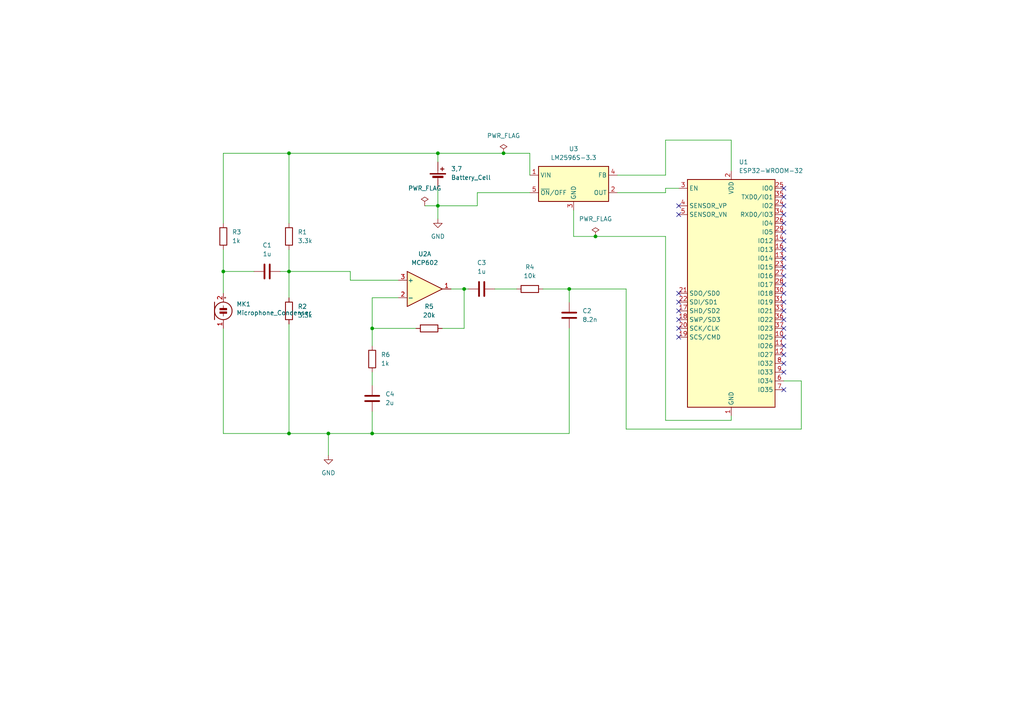
<source format=kicad_sch>
(kicad_sch (version 20230121) (generator eeschema)
  (paper "A4")
  (lib_symbols
    (symbol "Amplifier_Operational:MCP602" (pin_names (offset 0.127))
      (property "Reference" "U" (at 0 5.08 0))
      (property "Value" "MCP602" (at 0 -5.08 0))
      (symbol "MCP602_1_1"
        (polyline (pts (xy -5.08 5.08) (xy 5.08 0) (xy -5.08 -5.08) (xy -5.08 5.08)) (stroke (width 0.254)) (fill (type background)))
        (pin output line (at 7.62 0 180) (length 2.54) (name "~") (number "1"))
        (pin input line (at -7.62 -2.54 0) (length 2.54) (name "-") (number "2"))
        (pin input line (at -7.62 2.54 0) (length 2.54) (name "+") (number "3"))
      )
      (symbol "MCP602_2_1"
        (polyline (pts (xy -5.08 5.08) (xy 5.08 0) (xy -5.08 -5.08) (xy -5.08 5.08)) (stroke (width 0.254)) (fill (type background)))
        (pin input line (at -7.62 2.54 0) (length 2.54) (name "+") (number "5"))
        (pin input line (at -7.62 -2.54 0) (length 2.54) (name "-") (number "6"))
        (pin output line (at 7.62 0 180) (length 2.54) (name "~") (number "7"))
      )
      (symbol "MCP602_3_1"
        (pin power_in line (at -2.54 -7.62 90) (length 3.81) (name "V-") (number "4"))
        (pin power_in line (at -2.54 7.62 270) (length 3.81) (name "V+") (number "8"))
      )
    )
    (symbol "Device:Battery_Cell" (pin_numbers hide) (pin_names (offset 0) hide)
      (property "Reference" "BT" (at 2.54 2.54 0))
      (property "Value" "Battery_Cell" (at 2.54 0 0))
      (symbol "Battery_Cell_0_1"
        (rectangle (start -2.286 1.778) (end 2.286 1.524) (fill (type outline)))
        (rectangle (start -1.524 1.016) (end 1.524 0.508) (fill (type outline)))
        (polyline (pts (xy 0 0.762) (xy 0 0)))
        (polyline (pts (xy 0 1.778) (xy 0 2.54)))
        (polyline (pts (xy 0.762 3.048) (xy 1.778 3.048)) (stroke (width 0.254)))
        (polyline (pts (xy 1.27 3.556) (xy 1.27 2.54)) (stroke (width 0.254)))
      )
      (symbol "Battery_Cell_1_1"
        (pin passive line (at 0 5.08 270) (length 2.54) (name "+") (number "1"))
        (pin passive line (at 0 -2.54 90) (length 2.54) (name "-") (number "2"))
      )
    )
    (symbol "Device:C" (pin_numbers hide) (pin_names (offset 0.254))
      (property "Reference" "C" (at 0.635 2.54 0))
      (property "Value" "C" (at 0.635 -2.54 0))
      (symbol "C_0_1"
        (polyline (pts (xy -2.032 -0.762) (xy 2.032 -0.762)) (stroke (width 0.508)))
        (polyline (pts (xy -2.032 0.762) (xy 2.032 0.762)) (stroke (width 0.508)))
      )
      (symbol "C_1_1"
        (pin passive line (at 0 3.81 270) (length 2.794) (name "~") (number "1"))
        (pin passive line (at 0 -3.81 90) (length 2.794) (name "~") (number "2"))
      )
    )
    (symbol "Device:Microphone_Condenser" (pin_names (offset 0.0254) hide)
      (property "Reference" "MK" (at -3.302 1.27 0))
      (property "Value" "Microphone_Condenser" (at -3.302 -0.635 0))
      (symbol "Microphone_Condenser_0_1"
        (polyline (pts (xy -2.54 2.54) (xy -2.54 -2.54)) (stroke (width 0.254)))
        (polyline (pts (xy 0 -0.762) (xy 0 -1.524)))
        (polyline (pts (xy 0 0.762) (xy 0 1.524)))
        (polyline (pts (xy 0.254 3.81) (xy 0.762 3.81)))
        (polyline (pts (xy 0.508 4.064) (xy 0.508 3.556)))
        (circle (center 0 0) (radius 2.54) (stroke (width 0.254)))
        (rectangle (start 1.016 -0.254) (end -1.016 -0.762) (fill (type outline)))
        (rectangle (start 1.016 0.762) (end -1.016 0.254) (fill (type outline)))
      )
      (symbol "Microphone_Condenser_1_1"
        (pin passive line (at 0 -5.08 90) (length 2.54) (name "-") (number "1"))
        (pin passive line (at 0 5.08 270) (length 2.54) (name "+") (number "2"))
      )
    )
    (symbol "Device:R" (pin_numbers hide) (pin_names (offset 0))
      (property "Reference" "R" (at 2.032 0 90))
      (property "Value" "R" (at 0 0 90))
      (symbol "R_0_1"
        (rectangle (start -1.016 -2.54) (end 1.016 2.54) (stroke (width 0.254)))
      )
      (symbol "R_1_1"
        (pin passive line (at 0 3.81 270) (length 1.27) (name "~") (number "1"))
        (pin passive line (at 0 -3.81 90) (length 1.27) (name "~") (number "2"))
      )
    )
    (symbol "RF_Module:ESP32-WROOM-32"
      (property "Reference" "U" (at -12.7 34.29 0))
      (property "Value" "ESP32-WROOM-32" (at 1.27 34.29 0))
      (symbol "ESP32-WROOM-32_0_1"
        (rectangle (start -12.7 33.02) (end 12.7 -33.02) (stroke (width 0.254)) (fill (type background)))
      )
      (symbol "ESP32-WROOM-32_1_1"
        (pin power_in line (at 0 -35.56 90) (length 2.54) (name "GND") (number "1"))
        (pin bidirectional line (at 15.24 -12.7 180) (length 2.54) (name "IO25") (number "10"))
        (pin bidirectional line (at 15.24 -15.24 180) (length 2.54) (name "IO26") (number "11"))
        (pin bidirectional line (at 15.24 -17.78 180) (length 2.54) (name "IO27") (number "12"))
        (pin bidirectional line (at 15.24 10.16 180) (length 2.54) (name "IO14") (number "13"))
        (pin bidirectional line (at 15.24 15.24 180) (length 2.54) (name "IO12") (number "14"))
        (pin passive line (at 0 -35.56 90) (length 2.54) hide (name "GND") (number "15"))
        (pin bidirectional line (at 15.24 12.7 180) (length 2.54) (name "IO13") (number "16"))
        (pin bidirectional line (at -15.24 -5.08 0) (length 2.54) (name "SHD/SD2") (number "17"))
        (pin bidirectional line (at -15.24 -7.62 0) (length 2.54) (name "SWP/SD3") (number "18"))
        (pin bidirectional line (at -15.24 -12.7 0) (length 2.54) (name "SCS/CMD") (number "19"))
        (pin power_in line (at 0 35.56 270) (length 2.54) (name "VDD") (number "2"))
        (pin bidirectional line (at -15.24 -10.16 0) (length 2.54) (name "SCK/CLK") (number "20"))
        (pin bidirectional line (at -15.24 0 0) (length 2.54) (name "SDO/SD0") (number "21"))
        (pin bidirectional line (at -15.24 -2.54 0) (length 2.54) (name "SDI/SD1") (number "22"))
        (pin bidirectional line (at 15.24 7.62 180) (length 2.54) (name "IO15") (number "23"))
        (pin bidirectional line (at 15.24 25.4 180) (length 2.54) (name "IO2") (number "24"))
        (pin bidirectional line (at 15.24 30.48 180) (length 2.54) (name "IO0") (number "25"))
        (pin bidirectional line (at 15.24 20.32 180) (length 2.54) (name "IO4") (number "26"))
        (pin bidirectional line (at 15.24 5.08 180) (length 2.54) (name "IO16") (number "27"))
        (pin bidirectional line (at 15.24 2.54 180) (length 2.54) (name "IO17") (number "28"))
        (pin bidirectional line (at 15.24 17.78 180) (length 2.54) (name "IO5") (number "29"))
        (pin input line (at -15.24 30.48 0) (length 2.54) (name "EN") (number "3"))
        (pin bidirectional line (at 15.24 0 180) (length 2.54) (name "IO18") (number "30"))
        (pin bidirectional line (at 15.24 -2.54 180) (length 2.54) (name "IO19") (number "31"))
        (pin no_connect line (at -12.7 -27.94 0) (length 2.54) hide (name "NC") (number "32"))
        (pin bidirectional line (at 15.24 -5.08 180) (length 2.54) (name "IO21") (number "33"))
        (pin bidirectional line (at 15.24 22.86 180) (length 2.54) (name "RXD0/IO3") (number "34"))
        (pin bidirectional line (at 15.24 27.94 180) (length 2.54) (name "TXD0/IO1") (number "35"))
        (pin bidirectional line (at 15.24 -7.62 180) (length 2.54) (name "IO22") (number "36"))
        (pin bidirectional line (at 15.24 -10.16 180) (length 2.54) (name "IO23") (number "37"))
        (pin passive line (at 0 -35.56 90) (length 2.54) hide (name "GND") (number "38"))
        (pin passive line (at 0 -35.56 90) (length 2.54) hide (name "GND") (number "39"))
        (pin input line (at -15.24 25.4 0) (length 2.54) (name "SENSOR_VP") (number "4"))
        (pin input line (at -15.24 22.86 0) (length 2.54) (name "SENSOR_VN") (number "5"))
        (pin input line (at 15.24 -25.4 180) (length 2.54) (name "IO34") (number "6"))
        (pin input line (at 15.24 -27.94 180) (length 2.54) (name "IO35") (number "7"))
        (pin bidirectional line (at 15.24 -20.32 180) (length 2.54) (name "IO32") (number "8"))
        (pin bidirectional line (at 15.24 -22.86 180) (length 2.54) (name "IO33") (number "9"))
      )
    )
    (symbol "Regulator_Switching:LM2596S-3.3"
      (property "Reference" "U" (at -10.16 6.35 0))
      (property "Value" "LM2596S-3.3" (at 0 6.35 0))
      (symbol "LM2596S-3.3_0_1"
        (rectangle (start -10.16 5.08) (end 10.16 -5.08) (stroke (width 0.254)) (fill (type background)))
      )
      (symbol "LM2596S-3.3_1_1"
        (pin power_in line (at -12.7 2.54 0) (length 2.54) (name "VIN") (number "1"))
        (pin output line (at 12.7 -2.54 180) (length 2.54) (name "OUT") (number "2"))
        (pin power_in line (at 0 -7.62 90) (length 2.54) (name "GND") (number "3"))
        (pin input line (at 12.7 2.54 180) (length 2.54) (name "FB") (number "4"))
        (pin input line (at -12.7 -2.54 0) (length 2.54) (name "~{ON}/OFF") (number "5"))
      )
    )
    (symbol "power:GND" (power) (pin_names (offset 0))
      (property "Value" "GND" (at 0 -3.81 0))
      (symbol "GND_0_1"
        (polyline (pts (xy 0 0) (xy 0 -1.27) (xy 1.27 -1.27) (xy 0 -2.54) (xy -1.27 -1.27) (xy 0 -1.27)))
      )
      (symbol "GND_1_1"
        (pin power_in line (at 0 0 270) (length 0) hide (name "GND") (number "1"))
      )
    )
    (symbol "power:PWR_FLAG" (power) (pin_numbers hide) (pin_names (offset 0) hide)
      (property "Value" "PWR_FLAG" (at 0 3.81 0))
      (symbol "PWR_FLAG_0_0"
        (pin power_out line (at 0 0 90) (length 0) (name "pwr") (number "1"))
      )
      (symbol "PWR_FLAG_0_1"
        (polyline (pts (xy 0 0) (xy 0 1.27) (xy -1.016 1.905) (xy 0 2.54) (xy 1.016 1.905) (xy 0 1.27)))
      )
    )
  )
  (junction (at 107.95 95.25))
  (junction (at 134.62 83.82))
  (junction (at 127 44.45))
  (junction (at 107.95 125.73))
  (junction (at 83.82 44.45))
  (junction (at 165.1 83.82))
  (junction (at 127 59.69))
  (junction (at 172.72 68.58))
  (junction (at 95.25 125.73))
  (junction (at 64.77 78.74))
  (junction (at 83.82 125.73))
  (junction (at 146.05 44.45))
  (junction (at 83.82 78.74))
  (no_connect (at 227.33 82.55))
  (no_connect (at 196.85 62.23))
  (no_connect (at 227.33 80.01))
  (no_connect (at 227.33 90.17))
  (no_connect (at 196.85 87.63))
  (no_connect (at 227.33 62.23))
  (no_connect (at 227.33 107.95))
  (no_connect (at 227.33 59.69))
  (no_connect (at 227.33 102.87))
  (no_connect (at 227.33 95.25))
  (no_connect (at 227.33 72.39))
  (no_connect (at 227.33 67.31))
  (no_connect (at 227.33 69.85))
  (no_connect (at 227.33 64.77))
  (no_connect (at 196.85 85.09))
  (no_connect (at 196.85 97.79))
  (no_connect (at 227.33 57.15))
  (no_connect (at 227.33 54.61))
  (no_connect (at 227.33 100.33))
  (no_connect (at 196.85 95.25))
  (no_connect (at 227.33 92.71))
  (no_connect (at 227.33 105.41))
  (no_connect (at 227.33 87.63))
  (no_connect (at 227.33 77.47))
  (no_connect (at 196.85 59.69))
  (no_connect (at 227.33 74.93))
  (no_connect (at 196.85 90.17))
  (no_connect (at 227.33 113.03))
  (no_connect (at 196.85 92.71))
  (no_connect (at 227.33 97.79))
  (no_connect (at 227.33 85.09))
  (wire (pts (xy 64.77 125.73) (xy 83.82 125.73)))
  (wire (pts (xy 127 59.69) (xy 127 63.5)))
  (wire (pts (xy 193.04 121.92) (xy 212.09 121.92)))
  (wire (pts (xy 107.95 125.73) (xy 95.25 125.73)))
  (wire (pts (xy 165.1 125.73) (xy 107.95 125.73)))
  (wire (pts (xy 138.43 59.69) (xy 127 59.69)))
  (wire (pts (xy 193.04 68.58) (xy 193.04 121.92)))
  (wire (pts (xy 64.77 85.09) (xy 64.77 78.74)))
  (wire (pts (xy 64.77 44.45) (xy 83.82 44.45)))
  (wire (pts (xy 179.07 55.88) (xy 193.04 55.88)))
  (wire (pts (xy 83.82 78.74) (xy 83.82 86.36)))
  (wire (pts (xy 107.95 95.25) (xy 107.95 86.36)))
  (wire (pts (xy 179.07 50.8) (xy 193.04 50.8)))
  (wire (pts (xy 212.09 40.64) (xy 212.09 49.53)))
  (wire (pts (xy 232.41 110.49) (xy 232.41 124.46)))
  (wire (pts (xy 196.85 54.61) (xy 193.04 54.61)))
  (wire (pts (xy 165.1 83.82) (xy 165.1 87.63)))
  (wire (pts (xy 101.6 81.28) (xy 101.6 78.74)))
  (wire (pts (xy 130.81 83.82) (xy 134.62 83.82)))
  (wire (pts (xy 83.82 125.73) (xy 95.25 125.73)))
  (wire (pts (xy 107.95 100.33) (xy 107.95 95.25)))
  (wire (pts (xy 172.72 68.58) (xy 193.04 68.58)))
  (wire (pts (xy 64.77 44.45) (xy 64.77 64.77)))
  (wire (pts (xy 107.95 119.38) (xy 107.95 125.73)))
  (wire (pts (xy 127 44.45) (xy 146.05 44.45)))
  (wire (pts (xy 123.19 59.69) (xy 127 59.69)))
  (wire (pts (xy 83.82 44.45) (xy 127 44.45)))
  (wire (pts (xy 134.62 95.25) (xy 134.62 83.82)))
  (wire (pts (xy 227.33 110.49) (xy 232.41 110.49)))
  (wire (pts (xy 107.95 86.36) (xy 115.57 86.36)))
  (wire (pts (xy 166.37 60.96) (xy 166.37 68.58)))
  (wire (pts (xy 193.04 55.88) (xy 193.04 54.61)))
  (wire (pts (xy 83.82 72.39) (xy 83.82 78.74)))
  (wire (pts (xy 64.77 78.74) (xy 73.66 78.74)))
  (wire (pts (xy 95.25 125.73) (xy 95.25 132.08)))
  (wire (pts (xy 146.05 44.45) (xy 153.67 44.45)))
  (wire (pts (xy 107.95 107.95) (xy 107.95 111.76)))
  (wire (pts (xy 143.51 83.82) (xy 149.86 83.82)))
  (wire (pts (xy 153.67 55.88) (xy 138.43 55.88)))
  (wire (pts (xy 166.37 68.58) (xy 172.72 68.58)))
  (wire (pts (xy 83.82 64.77) (xy 83.82 44.45)))
  (wire (pts (xy 101.6 78.74) (xy 83.82 78.74)))
  (wire (pts (xy 181.61 83.82) (xy 165.1 83.82)))
  (wire (pts (xy 81.28 78.74) (xy 83.82 78.74)))
  (wire (pts (xy 193.04 50.8) (xy 193.04 40.64)))
  (wire (pts (xy 165.1 95.25) (xy 165.1 125.73)))
  (wire (pts (xy 232.41 124.46) (xy 181.61 124.46)))
  (wire (pts (xy 64.77 125.73) (xy 64.77 95.25)))
  (wire (pts (xy 115.57 81.28) (xy 101.6 81.28)))
  (wire (pts (xy 128.27 95.25) (xy 134.62 95.25)))
  (wire (pts (xy 83.82 93.98) (xy 83.82 125.73)))
  (wire (pts (xy 153.67 44.45) (xy 153.67 50.8)))
  (wire (pts (xy 212.09 120.65) (xy 212.09 121.92)))
  (wire (pts (xy 157.48 83.82) (xy 165.1 83.82)))
  (wire (pts (xy 127 59.69) (xy 127 54.61)))
  (wire (pts (xy 134.62 83.82) (xy 135.89 83.82)))
  (wire (pts (xy 193.04 40.64) (xy 212.09 40.64)))
  (wire (pts (xy 181.61 124.46) (xy 181.61 83.82)))
  (wire (pts (xy 64.77 78.74) (xy 64.77 72.39)))
  (wire (pts (xy 107.95 95.25) (xy 120.65 95.25)))
  (wire (pts (xy 138.43 55.88) (xy 138.43 59.69)))
  (wire (pts (xy 127 44.45) (xy 127 46.99)))
  (symbol (lib_id "power:GND") (at 95.25 132.08 0) (unit 1)
    (property "Reference" "#PWR01" (effects hide))
    (property "Value" "GND" (at 95.25 137.16 0))
  )
  (symbol (lib_id "power:GND") (at 127 63.5 0) (unit 1)
    (property "Reference" "#PWR02" (effects hide))
    (property "Value" "GND" (at 127 68.58 0))
  )
  (symbol (lib_id "Device:R") (at 83.82 90.17 0) (unit 1)
    (property "Reference" "R2" (at 86.36 88.9 0) (effects (justify left)))
    (property "Value" "3.3k" (at 86.36 91.44 0) (effects (justify left)))
    (property "Footprint" "Resistor_THT:R_Axial_DIN0309_L9.0mm_D3.2mm_P2.54mm_Vertical" (effects hide))
  )
  (symbol (lib_id "Amplifier_Operational:MCP602") (at 123.19 83.82 0) (unit 1)
    (property "Reference" "U2" (at 123.19 73.66 0))
    (property "Value" "MCP602" (at 123.19 76.2 0))
    (property "Footprint" "Package_SO:SOIC-8_3.9x4.9mm_P1.27mm" (effects hide))
    (property "Datasheet" "http://ww1.microchip.com/downloads/en/DeviceDoc/21314g.pdf" (effects hide))
  )
  (symbol (lib_id "power:PWR_FLAG") (at 172.72 68.58 0) (unit 1)
    (property "Reference" "#FLG01" (effects hide))
    (property "Value" "PWR_FLAG" (at 172.72 63.5 0))
  )
  (symbol (lib_id "power:PWR_FLAG") (at 123.19 59.69 0) (unit 1)
    (property "Reference" "#FLG02" (effects hide))
    (property "Value" "PWR_FLAG" (at 123.19 54.61 0))
  )
  (symbol (lib_id "Device:C") (at 77.47 78.74 270) (unit 1)
    (property "Reference" "C1" (at 77.47 71.12 90))
    (property "Value" "1u" (at 77.47 73.66 90))
    (property "Footprint" "Capacitor_THT:C_Disc_D3.0mm_W2.0mm_P2.50mm" (effects hide))
  )
  (symbol (lib_id "Regulator_Switching:LM2596S-3.3") (at 166.37 53.34 0) (unit 1)
    (property "Reference" "U3" (at 166.37 43.18 0))
    (property "Value" "LM2596S-3.3" (at 166.37 45.72 0))
    (property "Footprint" "Package_TO_SOT_SMD:TO-263-5_TabPin3" (effects hide))
    (property "Datasheet" "http://www.ti.com/lit/ds/symlink/lm2596.pdf" (effects hide))
  )
  (symbol (lib_id "Device:R") (at 107.95 104.14 0) (unit 1)
    (property "Reference" "R6" (at 110.49 102.87 0) (effects (justify left)))
    (property "Value" "1k" (at 110.49 105.41 0) (effects (justify left)))
    (property "Footprint" "Resistor_THT:R_Axial_DIN0309_L9.0mm_D3.2mm_P2.54mm_Vertical" (effects hide))
  )
  (symbol (lib_id "Device:C") (at 139.7 83.82 270) (unit 1)
    (property "Reference" "C3" (at 139.7 76.2 90))
    (property "Value" "1u" (at 139.7 78.74 90))
    (property "Footprint" "Capacitor_THT:C_Disc_D3.0mm_W2.0mm_P2.50mm" (effects hide))
  )
  (symbol (lib_id "Device:R") (at 64.77 68.58 0) (unit 1)
    (property "Reference" "R3" (at 67.31 67.31 0) (effects (justify left)))
    (property "Value" "1k" (at 67.31 69.85 0) (effects (justify left)))
    (property "Footprint" "Resistor_THT:R_Axial_DIN0309_L9.0mm_D3.2mm_P2.54mm_Vertical" (effects hide))
  )
  (symbol (lib_id "Device:C") (at 107.95 115.57 0) (unit 1)
    (property "Reference" "C4" (at 111.76 114.3 0) (effects (justify left)))
    (property "Value" "2u" (at 111.76 116.84 0) (effects (justify left)))
    (property "Footprint" "Capacitor_THT:C_Disc_D3.0mm_W2.0mm_P2.50mm" (effects hide))
  )
  (symbol (lib_id "Device:Microphone_Condenser") (at 64.77 90.17 0) (unit 1)
    (property "Reference" "MK1" (at 68.58 88.2015 0) (effects (justify left)))
    (property "Value" "Microphone_Condenser" (at 68.58 90.7415 0) (effects (justify left)))
    (property "Footprint" "Sensor_Audio:CUI_CMC-4013-SMT" (effects hide))
  )
  (symbol (lib_id "Device:R") (at 83.82 68.58 0) (unit 1)
    (property "Reference" "R1" (at 86.36 67.31 0) (effects (justify left)))
    (property "Value" "3.3k" (at 86.36 69.85 0) (effects (justify left)))
    (property "Footprint" "Resistor_THT:R_Axial_DIN0309_L9.0mm_D3.2mm_P25.40mm_Horizontal" (effects hide))
  )
  (symbol (lib_id "Device:C") (at 165.1 91.44 0) (unit 1)
    (property "Reference" "C2" (at 168.91 90.17 0) (effects (justify left)))
    (property "Value" "8.2n" (at 168.91 92.71 0) (effects (justify left)))
    (property "Footprint" "Capacitor_THT:C_Disc_D3.0mm_W2.0mm_P2.50mm" (effects hide))
  )
  (symbol (lib_id "Device:R") (at 124.46 95.25 90) (unit 1)
    (property "Reference" "R5" (at 124.46 88.9 90))
    (property "Value" "20k" (at 124.46 91.44 90))
    (property "Footprint" "Resistor_THT:R_Axial_DIN0309_L9.0mm_D3.2mm_P2.54mm_Vertical" (effects hide))
  )
  (symbol (lib_id "power:PWR_FLAG") (at 146.05 44.45 0) (unit 1)
    (property "Reference" "#FLG04" (effects hide))
    (property "Value" "PWR_FLAG" (at 146.05 39.37 0))
  )
  (symbol (lib_id "RF_Module:ESP32-WROOM-32") (at 212.09 85.09 0) (unit 1)
    (property "Reference" "U1" (at 214.2841 46.99 0) (effects (justify left)))
    (property "Value" "ESP32-WROOM-32" (at 214.2841 49.53 0) (effects (justify left)))
    (property "Footprint" "RF_Module:ESP32-WROOM-32" (effects hide))
    (property "Datasheet" "https://www.espressif.com/sites/default/files/documentation/esp32-wroom-32_datasheet_en.pdf" (effects hide))
  )
  (symbol (lib_id "Device:Battery_Cell") (at 127 52.07 0) (unit 1)
    (property "Reference" "3,7" (at 130.81 48.9585 0) (effects (justify left)))
    (property "Value" "Battery_Cell" (at 130.81 51.4985 0) (effects (justify left)))
    (property "Footprint" "Connector_JST:JST_JWPF_B02B-JWPF-SK-R_1x02_P2.00mm_Vertical" (effects hide))
  )
  (symbol (lib_id "Device:R") (at 153.67 83.82 270) (unit 1)
    (property "Reference" "R4" (at 153.67 77.47 90))
    (property "Value" "10k" (at 153.67 80.01 90))
    (property "Footprint" "Resistor_THT:R_Axial_DIN0309_L9.0mm_D3.2mm_P2.54mm_Vertical" (effects hide))
  )
)
</source>
